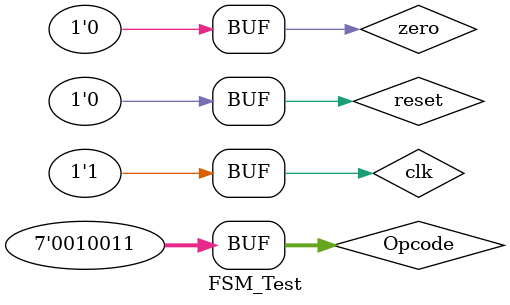
<source format=sv>
module FSM_Test();
	logic clk ;
	logic reset ;
	logic [6:0] Opcode ;
	logic [1:0] ALUSrcB ,ALUOp , PCSource ;
	logic [15:0] Control_Word ;
	logic zero ;
	logic memWrite,RegWrite,MemRead ,ALUSrcA , IorD , IRWrite , PCWrite,PCWriteCond, RegDst,MemtoReg ;
	FSM_Controler fsm(Opcode,clk,reset,zero,memWrite,RegWrite,MemRead ,ALUSrcA , IorD , IRWrite , PCWrite,PCWriteCond, 
		RegDst,MemtoReg,ALUSrcB ,ALUOp , PCSource);
		
	initial 
		begin
			Opcode = 7'b000_0011 ;
			zero = 0 ;
			reset <= 1  ; 
			clk <= 0 ;#20 ; reset <= 0 ;
		end
		always
		begin
			//generate clock
			clk <= 0 ; #10 ; clk <= 1 ; #10 ; 
		end
		always
		begin
			#110  ;
			Opcode = 7'b010_0011 ;
			#80 ; 
			Opcode = 7'b001_0011 ;
			#80 ; 
			Opcode = 7'b110_0011 ;
			#60 ;
			Opcode = 7'b001_0011 ; 
		end
	endmodule 
	
</source>
